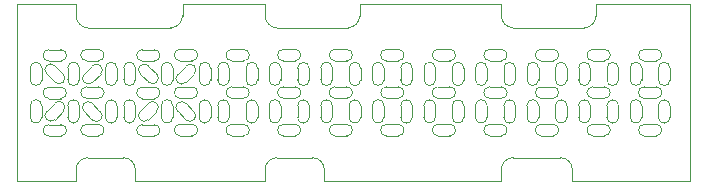
<source format=gbr>
G04 #@! TF.GenerationSoftware,KiCad,Pcbnew,(5.1.4)-1*
G04 #@! TF.CreationDate,2020-12-07T08:03:36-07:00*
G04 #@! TF.ProjectId,ufc_v4_scratchpad_layer2,7566635f-7634-45f7-9363-726174636870,rev?*
G04 #@! TF.SameCoordinates,Original*
G04 #@! TF.FileFunction,Profile,NP*
%FSLAX46Y46*%
G04 Gerber Fmt 4.6, Leading zero omitted, Abs format (unit mm)*
G04 Created by KiCad (PCBNEW (5.1.4)-1) date 2020-12-07 08:03:36*
%MOMM*%
%LPD*%
G04 APERTURE LIST*
%ADD10C,0.050000*%
G04 APERTURE END LIST*
D10*
X202916352Y-109629500D02*
X202916352Y-108639500D01*
X200735625Y-108022917D02*
X201725625Y-108022917D01*
X200735625Y-111197102D02*
G75*
G02X200735625Y-110216898I0J490102D01*
G01*
X200735625Y-104847102D02*
G75*
G02X200735625Y-103866898I0J490102D01*
G01*
X202917167Y-109629498D02*
G75*
G02X201935333Y-109629500I-490917J-1D01*
G01*
X201725623Y-103866083D02*
G75*
G02X201725625Y-104847917I1J-490917D01*
G01*
X201936148Y-108639500D02*
G75*
G02X202916352Y-108639500I490102J0D01*
G01*
X200735625Y-111197917D02*
X201725625Y-111197917D01*
X201936148Y-105464500D02*
G75*
G02X202916352Y-105464500I490102J0D01*
G01*
X201725625Y-103866898D02*
X200735625Y-103866898D01*
X200735625Y-104847917D02*
X201725625Y-104847917D01*
X201725625Y-107041898D02*
X200735625Y-107041898D01*
X200735625Y-108022102D02*
G75*
G02X200735625Y-107041898I0J490102D01*
G01*
X201935333Y-105464500D02*
X201935333Y-106454500D01*
X200515917Y-109619500D02*
X200515917Y-108629500D01*
X199534898Y-108629500D02*
X199534898Y-109619500D01*
X200515102Y-106444500D02*
G75*
G02X199534898Y-106444500I-490102J0D01*
G01*
X202916352Y-106454500D02*
X202916352Y-105464500D01*
X201725623Y-110216083D02*
G75*
G02X201725625Y-111197917I1J-490917D01*
G01*
X201725623Y-107041083D02*
G75*
G02X201725625Y-108022917I1J-490917D01*
G01*
X199534898Y-105454500D02*
X199534898Y-106444500D01*
X199534083Y-105454500D02*
G75*
G02X200515917Y-105454500I490917J0D01*
G01*
X200515917Y-106444500D02*
X200515917Y-105454500D01*
X201725625Y-110216898D02*
X200735625Y-110216898D01*
X202917167Y-106454498D02*
G75*
G02X201935333Y-106454500I-490917J-1D01*
G01*
X200515102Y-109619500D02*
G75*
G02X199534898Y-109619500I-490102J0D01*
G01*
X201935333Y-108639500D02*
X201935333Y-109629500D01*
X199534083Y-108629500D02*
G75*
G02X200515917Y-108629500I490917J0D01*
G01*
X198550727Y-109629500D02*
X198550727Y-108639500D01*
X196370000Y-108022917D02*
X197360000Y-108022917D01*
X196370000Y-111197102D02*
G75*
G02X196370000Y-110216898I0J490102D01*
G01*
X196370000Y-104847102D02*
G75*
G02X196370000Y-103866898I0J490102D01*
G01*
X198551542Y-109629498D02*
G75*
G02X197569708Y-109629500I-490917J-1D01*
G01*
X197359998Y-103866083D02*
G75*
G02X197360000Y-104847917I1J-490917D01*
G01*
X197570523Y-108639500D02*
G75*
G02X198550727Y-108639500I490102J0D01*
G01*
X196370000Y-111197917D02*
X197360000Y-111197917D01*
X197570523Y-105464500D02*
G75*
G02X198550727Y-105464500I490102J0D01*
G01*
X197360000Y-103866898D02*
X196370000Y-103866898D01*
X196370000Y-104847917D02*
X197360000Y-104847917D01*
X197360000Y-107041898D02*
X196370000Y-107041898D01*
X196370000Y-108022102D02*
G75*
G02X196370000Y-107041898I0J490102D01*
G01*
X197569708Y-105464500D02*
X197569708Y-106454500D01*
X196150292Y-109619500D02*
X196150292Y-108629500D01*
X195169273Y-108629500D02*
X195169273Y-109619500D01*
X196149477Y-106444500D02*
G75*
G02X195169273Y-106444500I-490102J0D01*
G01*
X198550727Y-106454500D02*
X198550727Y-105464500D01*
X197359998Y-110216083D02*
G75*
G02X197360000Y-111197917I1J-490917D01*
G01*
X197359998Y-107041083D02*
G75*
G02X197360000Y-108022917I1J-490917D01*
G01*
X195169273Y-105454500D02*
X195169273Y-106444500D01*
X195168458Y-105454500D02*
G75*
G02X196150292Y-105454500I490917J0D01*
G01*
X196150292Y-106444500D02*
X196150292Y-105454500D01*
X197360000Y-110216898D02*
X196370000Y-110216898D01*
X198551542Y-106454498D02*
G75*
G02X197569708Y-106454500I-490917J-1D01*
G01*
X196149477Y-109619500D02*
G75*
G02X195169273Y-109619500I-490102J0D01*
G01*
X197569708Y-108639500D02*
X197569708Y-109629500D01*
X195168458Y-108629500D02*
G75*
G02X196150292Y-108629500I490917J0D01*
G01*
X194185102Y-109629500D02*
X194185102Y-108639500D01*
X192004375Y-108022917D02*
X192994375Y-108022917D01*
X192004375Y-111197102D02*
G75*
G02X192004375Y-110216898I0J490102D01*
G01*
X192004375Y-104847102D02*
G75*
G02X192004375Y-103866898I0J490102D01*
G01*
X194185917Y-109629498D02*
G75*
G02X193204083Y-109629500I-490917J-1D01*
G01*
X192994373Y-103866083D02*
G75*
G02X192994375Y-104847917I1J-490917D01*
G01*
X193204898Y-108639500D02*
G75*
G02X194185102Y-108639500I490102J0D01*
G01*
X192004375Y-111197917D02*
X192994375Y-111197917D01*
X193204898Y-105464500D02*
G75*
G02X194185102Y-105464500I490102J0D01*
G01*
X192994375Y-103866898D02*
X192004375Y-103866898D01*
X192004375Y-104847917D02*
X192994375Y-104847917D01*
X192994375Y-107041898D02*
X192004375Y-107041898D01*
X192004375Y-108022102D02*
G75*
G02X192004375Y-107041898I0J490102D01*
G01*
X193204083Y-105464500D02*
X193204083Y-106454500D01*
X191784667Y-109619500D02*
X191784667Y-108629500D01*
X190803648Y-108629500D02*
X190803648Y-109619500D01*
X191783852Y-106444500D02*
G75*
G02X190803648Y-106444500I-490102J0D01*
G01*
X194185102Y-106454500D02*
X194185102Y-105464500D01*
X192994373Y-110216083D02*
G75*
G02X192994375Y-111197917I1J-490917D01*
G01*
X192994373Y-107041083D02*
G75*
G02X192994375Y-108022917I1J-490917D01*
G01*
X190803648Y-105454500D02*
X190803648Y-106444500D01*
X190802833Y-105454500D02*
G75*
G02X191784667Y-105454500I490917J0D01*
G01*
X191784667Y-106444500D02*
X191784667Y-105454500D01*
X192994375Y-110216898D02*
X192004375Y-110216898D01*
X194185917Y-106454498D02*
G75*
G02X193204083Y-106454500I-490917J-1D01*
G01*
X191783852Y-109619500D02*
G75*
G02X190803648Y-109619500I-490102J0D01*
G01*
X193204083Y-108639500D02*
X193204083Y-109629500D01*
X190802833Y-108629500D02*
G75*
G02X191784667Y-108629500I490917J0D01*
G01*
X189819477Y-109629500D02*
X189819477Y-108639500D01*
X187638750Y-108022917D02*
X188628750Y-108022917D01*
X187638750Y-111197102D02*
G75*
G02X187638750Y-110216898I0J490102D01*
G01*
X187638750Y-104847102D02*
G75*
G02X187638750Y-103866898I0J490102D01*
G01*
X189820292Y-109629498D02*
G75*
G02X188838458Y-109629500I-490917J-1D01*
G01*
X188628748Y-103866083D02*
G75*
G02X188628750Y-104847917I1J-490917D01*
G01*
X188839273Y-108639500D02*
G75*
G02X189819477Y-108639500I490102J0D01*
G01*
X187638750Y-111197917D02*
X188628750Y-111197917D01*
X188839273Y-105464500D02*
G75*
G02X189819477Y-105464500I490102J0D01*
G01*
X188628750Y-103866898D02*
X187638750Y-103866898D01*
X187638750Y-104847917D02*
X188628750Y-104847917D01*
X188628750Y-107041898D02*
X187638750Y-107041898D01*
X187638750Y-108022102D02*
G75*
G02X187638750Y-107041898I0J490102D01*
G01*
X188838458Y-105464500D02*
X188838458Y-106454500D01*
X187419042Y-109619500D02*
X187419042Y-108629500D01*
X186438023Y-108629500D02*
X186438023Y-109619500D01*
X187418227Y-106444500D02*
G75*
G02X186438023Y-106444500I-490102J0D01*
G01*
X189819477Y-106454500D02*
X189819477Y-105464500D01*
X188628748Y-110216083D02*
G75*
G02X188628750Y-111197917I1J-490917D01*
G01*
X188628748Y-107041083D02*
G75*
G02X188628750Y-108022917I1J-490917D01*
G01*
X186438023Y-105454500D02*
X186438023Y-106444500D01*
X186437208Y-105454500D02*
G75*
G02X187419042Y-105454500I490917J0D01*
G01*
X187419042Y-106444500D02*
X187419042Y-105454500D01*
X188628750Y-110216898D02*
X187638750Y-110216898D01*
X189820292Y-106454498D02*
G75*
G02X188838458Y-106454500I-490917J-1D01*
G01*
X187418227Y-109619500D02*
G75*
G02X186438023Y-109619500I-490102J0D01*
G01*
X188838458Y-108639500D02*
X188838458Y-109629500D01*
X186437208Y-108629500D02*
G75*
G02X187419042Y-108629500I490917J0D01*
G01*
X185453852Y-109629500D02*
X185453852Y-108639500D01*
X183273125Y-108022917D02*
X184263125Y-108022917D01*
X183273125Y-111197102D02*
G75*
G02X183273125Y-110216898I0J490102D01*
G01*
X183273125Y-104847102D02*
G75*
G02X183273125Y-103866898I0J490102D01*
G01*
X185454667Y-109629498D02*
G75*
G02X184472833Y-109629500I-490917J-1D01*
G01*
X184263123Y-103866083D02*
G75*
G02X184263125Y-104847917I1J-490917D01*
G01*
X184473648Y-108639500D02*
G75*
G02X185453852Y-108639500I490102J0D01*
G01*
X183273125Y-111197917D02*
X184263125Y-111197917D01*
X184473648Y-105464500D02*
G75*
G02X185453852Y-105464500I490102J0D01*
G01*
X184263125Y-103866898D02*
X183273125Y-103866898D01*
X183273125Y-104847917D02*
X184263125Y-104847917D01*
X184263125Y-107041898D02*
X183273125Y-107041898D01*
X183273125Y-108022102D02*
G75*
G02X183273125Y-107041898I0J490102D01*
G01*
X184472833Y-105464500D02*
X184472833Y-106454500D01*
X183053417Y-109619500D02*
X183053417Y-108629500D01*
X182072398Y-108629500D02*
X182072398Y-109619500D01*
X183052602Y-106444500D02*
G75*
G02X182072398Y-106444500I-490102J0D01*
G01*
X185453852Y-106454500D02*
X185453852Y-105464500D01*
X184263123Y-110216083D02*
G75*
G02X184263125Y-111197917I1J-490917D01*
G01*
X184263123Y-107041083D02*
G75*
G02X184263125Y-108022917I1J-490917D01*
G01*
X182072398Y-105454500D02*
X182072398Y-106444500D01*
X182071583Y-105454500D02*
G75*
G02X183053417Y-105454500I490917J0D01*
G01*
X183053417Y-106444500D02*
X183053417Y-105454500D01*
X184263125Y-110216898D02*
X183273125Y-110216898D01*
X185454667Y-106454498D02*
G75*
G02X184472833Y-106454500I-490917J-1D01*
G01*
X183052602Y-109619500D02*
G75*
G02X182072398Y-109619500I-490102J0D01*
G01*
X184472833Y-108639500D02*
X184472833Y-109629500D01*
X182071583Y-108629500D02*
G75*
G02X183053417Y-108629500I490917J0D01*
G01*
X181088227Y-109629500D02*
X181088227Y-108639500D01*
X178907500Y-108022917D02*
X179897500Y-108022917D01*
X178907500Y-111197102D02*
G75*
G02X178907500Y-110216898I0J490102D01*
G01*
X178907500Y-104847102D02*
G75*
G02X178907500Y-103866898I0J490102D01*
G01*
X181089042Y-109629498D02*
G75*
G02X180107208Y-109629500I-490917J-1D01*
G01*
X179897498Y-103866083D02*
G75*
G02X179897500Y-104847917I1J-490917D01*
G01*
X180108023Y-108639500D02*
G75*
G02X181088227Y-108639500I490102J0D01*
G01*
X178907500Y-111197917D02*
X179897500Y-111197917D01*
X180108023Y-105464500D02*
G75*
G02X181088227Y-105464500I490102J0D01*
G01*
X179897500Y-103866898D02*
X178907500Y-103866898D01*
X178907500Y-104847917D02*
X179897500Y-104847917D01*
X179897500Y-107041898D02*
X178907500Y-107041898D01*
X178907500Y-108022102D02*
G75*
G02X178907500Y-107041898I0J490102D01*
G01*
X180107208Y-105464500D02*
X180107208Y-106454500D01*
X178687792Y-109619500D02*
X178687792Y-108629500D01*
X177706773Y-108629500D02*
X177706773Y-109619500D01*
X178686977Y-106444500D02*
G75*
G02X177706773Y-106444500I-490102J0D01*
G01*
X181088227Y-106454500D02*
X181088227Y-105464500D01*
X179897498Y-110216083D02*
G75*
G02X179897500Y-111197917I1J-490917D01*
G01*
X179897498Y-107041083D02*
G75*
G02X179897500Y-108022917I1J-490917D01*
G01*
X177706773Y-105454500D02*
X177706773Y-106444500D01*
X177705958Y-105454500D02*
G75*
G02X178687792Y-105454500I490917J0D01*
G01*
X178687792Y-106444500D02*
X178687792Y-105454500D01*
X179897500Y-110216898D02*
X178907500Y-110216898D01*
X181089042Y-106454498D02*
G75*
G02X180107208Y-106454500I-490917J-1D01*
G01*
X178686977Y-109619500D02*
G75*
G02X177706773Y-109619500I-490102J0D01*
G01*
X180107208Y-108639500D02*
X180107208Y-109629500D01*
X177705958Y-108629500D02*
G75*
G02X178687792Y-108629500I490917J0D01*
G01*
X176722602Y-109629500D02*
X176722602Y-108639500D01*
X174541875Y-108022917D02*
X175531875Y-108022917D01*
X174541875Y-111197102D02*
G75*
G02X174541875Y-110216898I0J490102D01*
G01*
X174541875Y-104847102D02*
G75*
G02X174541875Y-103866898I0J490102D01*
G01*
X176723417Y-109629498D02*
G75*
G02X175741583Y-109629500I-490917J-1D01*
G01*
X175531873Y-103866083D02*
G75*
G02X175531875Y-104847917I1J-490917D01*
G01*
X175742398Y-108639500D02*
G75*
G02X176722602Y-108639500I490102J0D01*
G01*
X174541875Y-111197917D02*
X175531875Y-111197917D01*
X175742398Y-105464500D02*
G75*
G02X176722602Y-105464500I490102J0D01*
G01*
X175531875Y-103866898D02*
X174541875Y-103866898D01*
X174541875Y-104847917D02*
X175531875Y-104847917D01*
X175531875Y-107041898D02*
X174541875Y-107041898D01*
X174541875Y-108022102D02*
G75*
G02X174541875Y-107041898I0J490102D01*
G01*
X175741583Y-105464500D02*
X175741583Y-106454500D01*
X174322167Y-109619500D02*
X174322167Y-108629500D01*
X173341148Y-108629500D02*
X173341148Y-109619500D01*
X174321352Y-106444500D02*
G75*
G02X173341148Y-106444500I-490102J0D01*
G01*
X176722602Y-106454500D02*
X176722602Y-105464500D01*
X175531873Y-110216083D02*
G75*
G02X175531875Y-111197917I1J-490917D01*
G01*
X175531873Y-107041083D02*
G75*
G02X175531875Y-108022917I1J-490917D01*
G01*
X173341148Y-105454500D02*
X173341148Y-106444500D01*
X173340333Y-105454500D02*
G75*
G02X174322167Y-105454500I490917J0D01*
G01*
X174322167Y-106444500D02*
X174322167Y-105454500D01*
X175531875Y-110216898D02*
X174541875Y-110216898D01*
X176723417Y-106454498D02*
G75*
G02X175741583Y-106454500I-490917J-1D01*
G01*
X174321352Y-109619500D02*
G75*
G02X173341148Y-109619500I-490102J0D01*
G01*
X175741583Y-108639500D02*
X175741583Y-109629500D01*
X173340333Y-108629500D02*
G75*
G02X174322167Y-108629500I490917J0D01*
G01*
X172356977Y-109629500D02*
X172356977Y-108639500D01*
X170176250Y-108022917D02*
X171166250Y-108022917D01*
X170176250Y-111197102D02*
G75*
G02X170176250Y-110216898I0J490102D01*
G01*
X170176250Y-104847102D02*
G75*
G02X170176250Y-103866898I0J490102D01*
G01*
X172357792Y-109629498D02*
G75*
G02X171375958Y-109629500I-490917J-1D01*
G01*
X171166248Y-103866083D02*
G75*
G02X171166250Y-104847917I1J-490917D01*
G01*
X171376773Y-108639500D02*
G75*
G02X172356977Y-108639500I490102J0D01*
G01*
X170176250Y-111197917D02*
X171166250Y-111197917D01*
X171376773Y-105464500D02*
G75*
G02X172356977Y-105464500I490102J0D01*
G01*
X171166250Y-103866898D02*
X170176250Y-103866898D01*
X170176250Y-104847917D02*
X171166250Y-104847917D01*
X171166250Y-107041898D02*
X170176250Y-107041898D01*
X170176250Y-108022102D02*
G75*
G02X170176250Y-107041898I0J490102D01*
G01*
X171375958Y-105464500D02*
X171375958Y-106454500D01*
X169956542Y-109619500D02*
X169956542Y-108629500D01*
X168975523Y-108629500D02*
X168975523Y-109619500D01*
X169955727Y-106444500D02*
G75*
G02X168975523Y-106444500I-490102J0D01*
G01*
X172356977Y-106454500D02*
X172356977Y-105464500D01*
X171166248Y-110216083D02*
G75*
G02X171166250Y-111197917I1J-490917D01*
G01*
X171166248Y-107041083D02*
G75*
G02X171166250Y-108022917I1J-490917D01*
G01*
X168975523Y-105454500D02*
X168975523Y-106444500D01*
X168974708Y-105454500D02*
G75*
G02X169956542Y-105454500I490917J0D01*
G01*
X169956542Y-106444500D02*
X169956542Y-105454500D01*
X171166250Y-110216898D02*
X170176250Y-110216898D01*
X172357792Y-106454498D02*
G75*
G02X171375958Y-106454500I-490917J-1D01*
G01*
X169955727Y-109619500D02*
G75*
G02X168975523Y-109619500I-490102J0D01*
G01*
X171375958Y-108639500D02*
X171375958Y-109629500D01*
X168974708Y-108629500D02*
G75*
G02X169956542Y-108629500I490917J0D01*
G01*
X167991352Y-109629500D02*
X167991352Y-108639500D01*
X165810625Y-108022917D02*
X166800625Y-108022917D01*
X165810625Y-111197102D02*
G75*
G02X165810625Y-110216898I0J490102D01*
G01*
X165810625Y-104847102D02*
G75*
G02X165810625Y-103866898I0J490102D01*
G01*
X167992167Y-109629498D02*
G75*
G02X167010333Y-109629500I-490917J-1D01*
G01*
X166800623Y-103866083D02*
G75*
G02X166800625Y-104847917I1J-490917D01*
G01*
X167011148Y-108639500D02*
G75*
G02X167991352Y-108639500I490102J0D01*
G01*
X165810625Y-111197917D02*
X166800625Y-111197917D01*
X167011148Y-105464500D02*
G75*
G02X167991352Y-105464500I490102J0D01*
G01*
X166800625Y-103866898D02*
X165810625Y-103866898D01*
X165810625Y-104847917D02*
X166800625Y-104847917D01*
X166800625Y-107041898D02*
X165810625Y-107041898D01*
X165810625Y-108022102D02*
G75*
G02X165810625Y-107041898I0J490102D01*
G01*
X167010333Y-105464500D02*
X167010333Y-106454500D01*
X165590917Y-109619500D02*
X165590917Y-108629500D01*
X164609898Y-108629500D02*
X164609898Y-109619500D01*
X165590102Y-106444500D02*
G75*
G02X164609898Y-106444500I-490102J0D01*
G01*
X167991352Y-106454500D02*
X167991352Y-105464500D01*
X166800623Y-110216083D02*
G75*
G02X166800625Y-111197917I1J-490917D01*
G01*
X166800623Y-107041083D02*
G75*
G02X166800625Y-108022917I1J-490917D01*
G01*
X164609898Y-105454500D02*
X164609898Y-106444500D01*
X164609083Y-105454500D02*
G75*
G02X165590917Y-105454500I490917J0D01*
G01*
X165590917Y-106444500D02*
X165590917Y-105454500D01*
X166800625Y-110216898D02*
X165810625Y-110216898D01*
X167992167Y-106454498D02*
G75*
G02X167010333Y-106454500I-490917J-1D01*
G01*
X165590102Y-109619500D02*
G75*
G02X164609898Y-109619500I-490102J0D01*
G01*
X167010333Y-108639500D02*
X167010333Y-109629500D01*
X164609083Y-108629500D02*
G75*
G02X165590917Y-108629500I490917J0D01*
G01*
X160816102Y-106445500D02*
G75*
G02X159835898Y-106445500I-490102J0D01*
G01*
X158248500Y-108043917D02*
G75*
G02X158248500Y-107062083I0J490917D01*
G01*
X158248500Y-111218917D02*
G75*
G02X158248500Y-110237083I0J490917D01*
G01*
X159455679Y-105955428D02*
X158755643Y-105255392D01*
X157641917Y-106445500D02*
X157641917Y-105455500D01*
X161930498Y-105269535D02*
G75*
G02X162623608Y-105962643I346555J-346554D01*
G01*
X158248500Y-104868102D02*
X159238500Y-104868102D01*
X161433500Y-111198102D02*
G75*
G02X161433500Y-110217898I0J490102D01*
G01*
X161924149Y-106663254D02*
G75*
G02X161229887Y-105968994I-347131J347130D01*
G01*
X161433500Y-111198917D02*
X162423500Y-111198917D01*
X163030898Y-105465500D02*
G75*
G02X164011102Y-105465500I490102J0D01*
G01*
X163030083Y-108640500D02*
X163030083Y-109630500D01*
X162423500Y-103867898D02*
X161433500Y-103867898D01*
X158061958Y-105949077D02*
X158761994Y-106649113D01*
X164011102Y-106455500D02*
X164011102Y-105465500D01*
X162423498Y-110217083D02*
G75*
G02X162423500Y-111198917I1J-490917D01*
G01*
X159835083Y-108630500D02*
G75*
G02X160816917Y-108630500I490917J0D01*
G01*
X160816917Y-106445500D02*
X160816917Y-105455500D01*
X156660083Y-108630500D02*
G75*
G02X157641917Y-108630500I490917J0D01*
G01*
X161929923Y-105268958D02*
X161229887Y-105968994D01*
X164011917Y-106455498D02*
G75*
G02X163030083Y-106455500I-490917J-1D01*
G01*
X159835898Y-105455500D02*
X159835898Y-106445500D01*
X159835898Y-108630500D02*
X159835898Y-109620500D01*
X162423500Y-110217898D02*
X161433500Y-110217898D01*
X159835083Y-105455500D02*
G75*
G02X160816917Y-105455500I490917J0D01*
G01*
X162423498Y-107042083D02*
G75*
G02X162423500Y-108023917I1J-490917D01*
G01*
X160816917Y-109620500D02*
X160816917Y-108630500D01*
X160816102Y-109620500D02*
G75*
G02X159835898Y-109620500I-490102J0D01*
G01*
X162609465Y-109137498D02*
G75*
G02X161916357Y-109830608I-346554J-346555D01*
G01*
X162423498Y-103867083D02*
G75*
G02X162423500Y-104848917I1J-490917D01*
G01*
X161215746Y-109131149D02*
G75*
G02X161910006Y-108436887I347130J347131D01*
G01*
X161216321Y-109130572D02*
X161916357Y-109830608D01*
X161433500Y-104848102D02*
G75*
G02X161433500Y-103867898I0J490102D01*
G01*
X158742077Y-109817042D02*
X159442113Y-109117006D01*
X161923572Y-106662679D02*
X162623608Y-105962643D01*
X159238500Y-107062083D02*
X158248500Y-107062083D01*
X159238500Y-107062898D02*
G75*
G02X159238500Y-108043102I0J-490102D01*
G01*
X164011917Y-109630498D02*
G75*
G02X163030083Y-109630500I-490917J-1D01*
G01*
X158747851Y-108422746D02*
G75*
G02X159442113Y-109117006I347131J-347130D01*
G01*
X159456254Y-105954851D02*
G75*
G02X158761994Y-106649113I-347130J-347131D01*
G01*
X163030898Y-108640500D02*
G75*
G02X164011102Y-108640500I490102J0D01*
G01*
X162610042Y-109136923D02*
X161910006Y-108436887D01*
X158062535Y-105948502D02*
G75*
G02X158755643Y-105255392I346554J346555D01*
G01*
X156660898Y-108630500D02*
X156660898Y-109620500D01*
X161433500Y-108023917D02*
X162423500Y-108023917D01*
X161433500Y-108023102D02*
G75*
G02X161433500Y-107042898I0J490102D01*
G01*
X158741502Y-109816465D02*
G75*
G02X158048392Y-109123357I-346555J346554D01*
G01*
X158248500Y-111218102D02*
X159238500Y-111218102D01*
X159238500Y-103887898D02*
G75*
G02X159238500Y-104868102I0J-490102D01*
G01*
X158248500Y-104868917D02*
G75*
G02X158248500Y-103887083I0J490917D01*
G01*
X162423500Y-107042898D02*
X161433500Y-107042898D01*
X157641102Y-106445500D02*
G75*
G02X156660898Y-106445500I-490102J0D01*
G01*
X158748428Y-108423321D02*
X158048392Y-109123357D01*
X157641102Y-109620500D02*
G75*
G02X156660898Y-109620500I-490102J0D01*
G01*
X164011102Y-109630500D02*
X164011102Y-108640500D01*
X163030083Y-105465500D02*
X163030083Y-106455500D01*
X159238500Y-110237898D02*
G75*
G02X159238500Y-111218102I0J-490102D01*
G01*
X159238500Y-110237083D02*
X158248500Y-110237083D01*
X161433500Y-104848917D02*
X162423500Y-104848917D01*
X157641917Y-109620500D02*
X157641917Y-108630500D01*
X159238500Y-103887083D02*
X158248500Y-103887083D01*
X158248500Y-108043102D02*
X159238500Y-108043102D01*
X156660898Y-105455500D02*
X156660898Y-106445500D01*
X156660083Y-105455500D02*
G75*
G02X157641917Y-105455500I490917J0D01*
G01*
X152898602Y-106445500D02*
G75*
G02X151918398Y-106445500I-490102J0D01*
G01*
X150331000Y-108043917D02*
G75*
G02X150331000Y-107062083I0J490917D01*
G01*
X150331000Y-111218917D02*
G75*
G02X150331000Y-110237083I0J490917D01*
G01*
X151538179Y-105955428D02*
X150838143Y-105255392D01*
X149724417Y-106445500D02*
X149724417Y-105455500D01*
X154012998Y-105269535D02*
G75*
G02X154706108Y-105962643I346555J-346554D01*
G01*
X150331000Y-104868102D02*
X151321000Y-104868102D01*
X153516000Y-111198102D02*
G75*
G02X153516000Y-110217898I0J490102D01*
G01*
X154006649Y-106663254D02*
G75*
G02X153312387Y-105968994I-347131J347130D01*
G01*
X153516000Y-111198917D02*
X154506000Y-111198917D01*
X155113398Y-105465500D02*
G75*
G02X156093602Y-105465500I490102J0D01*
G01*
X155112583Y-108640500D02*
X155112583Y-109630500D01*
X154506000Y-103867898D02*
X153516000Y-103867898D01*
X150144458Y-105949077D02*
X150844494Y-106649113D01*
X156093602Y-106455500D02*
X156093602Y-105465500D01*
X154505998Y-110217083D02*
G75*
G02X154506000Y-111198917I1J-490917D01*
G01*
X151917583Y-108630500D02*
G75*
G02X152899417Y-108630500I490917J0D01*
G01*
X152899417Y-106445500D02*
X152899417Y-105455500D01*
X148742583Y-108630500D02*
G75*
G02X149724417Y-108630500I490917J0D01*
G01*
X154012423Y-105268958D02*
X153312387Y-105968994D01*
X156094417Y-106455498D02*
G75*
G02X155112583Y-106455500I-490917J-1D01*
G01*
X151918398Y-105455500D02*
X151918398Y-106445500D01*
X151918398Y-108630500D02*
X151918398Y-109620500D01*
X154506000Y-110217898D02*
X153516000Y-110217898D01*
X151917583Y-105455500D02*
G75*
G02X152899417Y-105455500I490917J0D01*
G01*
X154505998Y-107042083D02*
G75*
G02X154506000Y-108023917I1J-490917D01*
G01*
X152899417Y-109620500D02*
X152899417Y-108630500D01*
X152898602Y-109620500D02*
G75*
G02X151918398Y-109620500I-490102J0D01*
G01*
X154691965Y-109137498D02*
G75*
G02X153998857Y-109830608I-346554J-346555D01*
G01*
X154505998Y-103867083D02*
G75*
G02X154506000Y-104848917I1J-490917D01*
G01*
X153298246Y-109131149D02*
G75*
G02X153992506Y-108436887I347130J347131D01*
G01*
X153298821Y-109130572D02*
X153998857Y-109830608D01*
X153516000Y-104848102D02*
G75*
G02X153516000Y-103867898I0J490102D01*
G01*
X150824577Y-109817042D02*
X151524613Y-109117006D01*
X154006072Y-106662679D02*
X154706108Y-105962643D01*
X151321000Y-107062083D02*
X150331000Y-107062083D01*
X151321000Y-107062898D02*
G75*
G02X151321000Y-108043102I0J-490102D01*
G01*
X156094417Y-109630498D02*
G75*
G02X155112583Y-109630500I-490917J-1D01*
G01*
X150830351Y-108422746D02*
G75*
G02X151524613Y-109117006I347131J-347130D01*
G01*
X151538754Y-105954851D02*
G75*
G02X150844494Y-106649113I-347130J-347131D01*
G01*
X155113398Y-108640500D02*
G75*
G02X156093602Y-108640500I490102J0D01*
G01*
X154692542Y-109136923D02*
X153992506Y-108436887D01*
X150145035Y-105948502D02*
G75*
G02X150838143Y-105255392I346554J346555D01*
G01*
X148743398Y-108630500D02*
X148743398Y-109620500D01*
X153516000Y-108023917D02*
X154506000Y-108023917D01*
X153516000Y-108023102D02*
G75*
G02X153516000Y-107042898I0J490102D01*
G01*
X150824002Y-109816465D02*
G75*
G02X150130892Y-109123357I-346555J346554D01*
G01*
X150331000Y-111218102D02*
X151321000Y-111218102D01*
X151321000Y-103887898D02*
G75*
G02X151321000Y-104868102I0J-490102D01*
G01*
X150331000Y-104868917D02*
G75*
G02X150331000Y-103887083I0J490917D01*
G01*
X154506000Y-107042898D02*
X153516000Y-107042898D01*
X149723602Y-106445500D02*
G75*
G02X148743398Y-106445500I-490102J0D01*
G01*
X150830928Y-108423321D02*
X150130892Y-109123357D01*
X149723602Y-109620500D02*
G75*
G02X148743398Y-109620500I-490102J0D01*
G01*
X156093602Y-109630500D02*
X156093602Y-108640500D01*
X155112583Y-105465500D02*
X155112583Y-106455500D01*
X151321000Y-110237898D02*
G75*
G02X151321000Y-111218102I0J-490102D01*
G01*
X151321000Y-110237083D02*
X150331000Y-110237083D01*
X153516000Y-104848917D02*
X154506000Y-104848917D01*
X149724417Y-109620500D02*
X149724417Y-108630500D01*
X151321000Y-103887083D02*
X150331000Y-103887083D01*
X150331000Y-108043102D02*
X151321000Y-108043102D01*
X148743398Y-105455500D02*
X148743398Y-106445500D01*
X148742583Y-105455500D02*
G75*
G02X149724417Y-105455500I490917J0D01*
G01*
X147637500Y-100042000D02*
X147637500Y-115042000D01*
X204637500Y-100042000D02*
X204637500Y-115042000D01*
X176637500Y-100042000D02*
X188637500Y-100042000D01*
X161637500Y-100042000D02*
X168637500Y-100042000D01*
X152637500Y-115042000D02*
X147637500Y-115042000D01*
X152637500Y-114042000D02*
X152637500Y-115042000D01*
X156637500Y-113042000D02*
X153637500Y-113042000D01*
X157637500Y-115042000D02*
X157637500Y-114042000D01*
X168637500Y-115042000D02*
X157637500Y-115042000D01*
X168637500Y-114042000D02*
X168637500Y-115042000D01*
X172637500Y-113042000D02*
X169637500Y-113042000D01*
X173637500Y-115042000D02*
X173637500Y-114042000D01*
X188637500Y-115042000D02*
X173637500Y-115042000D01*
X188637500Y-114042000D02*
X188637500Y-115042000D01*
X193637500Y-113042000D02*
X189637500Y-113042000D01*
X194637500Y-115042000D02*
X194637500Y-114042000D01*
X204637500Y-115042000D02*
X194637500Y-115042000D01*
X196637500Y-100042000D02*
X204637500Y-100042000D01*
X196637500Y-101042000D02*
X196637500Y-100042000D01*
X189637500Y-102042000D02*
X195637500Y-102042000D01*
X188637500Y-100042000D02*
X188637500Y-101042000D01*
X176637500Y-101042000D02*
X176637500Y-100042000D01*
X169637500Y-102042000D02*
X175637500Y-102042000D01*
X168637500Y-100042000D02*
X168637500Y-101042000D01*
X152637500Y-114042000D02*
G75*
G02X153637500Y-113042000I1000000J0D01*
G01*
X156637500Y-113042000D02*
G75*
G02X157637500Y-114042000I0J-1000000D01*
G01*
X168637500Y-114042000D02*
G75*
G02X169637500Y-113042000I1000000J0D01*
G01*
X172637500Y-113042000D02*
G75*
G02X173637500Y-114042000I0J-1000000D01*
G01*
X193637500Y-113042000D02*
G75*
G02X194637500Y-114042000I0J-1000000D01*
G01*
X188637500Y-114042000D02*
G75*
G02X189637500Y-113042000I1000000J0D01*
G01*
X196637500Y-101042000D02*
G75*
G02X195637500Y-102042000I-1000000J0D01*
G01*
X189637500Y-102042000D02*
G75*
G02X188637500Y-101042000I0J1000000D01*
G01*
X176637500Y-101042000D02*
G75*
G02X175637500Y-102042000I-1000000J0D01*
G01*
X169637500Y-102042000D02*
G75*
G02X168637500Y-101042000I0J1000000D01*
G01*
X161637500Y-101042000D02*
G75*
G02X160637500Y-102042000I-1000000J0D01*
G01*
X147637500Y-100042000D02*
X152637500Y-100042000D01*
X153637500Y-102042000D02*
G75*
G02X152637500Y-101042000I0J1000000D01*
G01*
X161637500Y-101042000D02*
X161637500Y-100042000D01*
X153637500Y-102042000D02*
X160637500Y-102042000D01*
X152637500Y-100042000D02*
X152637500Y-101042000D01*
M02*

</source>
